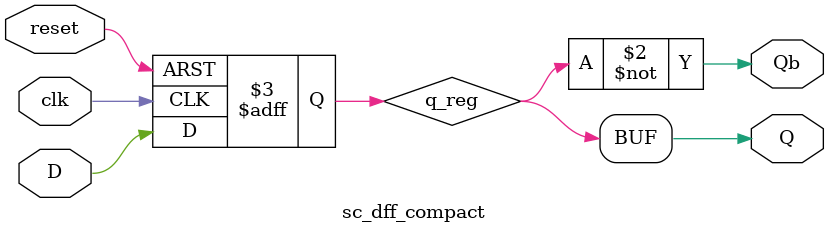
<source format=v>
`include "OPENFPGAPATHKEYWORD/vpr7_x2p/vpr/test_modes_Verilog/SRC/fpga_defines.v"
module static_dff (
/* Global ports go first */
input set,     // set input
input reset, // Reset input 
input clk, // Clock Input
/* Local ports follow */
input D, // Data Input
output Q // Q output 
);
//------------Internal Variables--------
reg q_reg;

//-------------Code Starts Here---------
always @ ( posedge clk or posedge reset or posedge set)
if (reset) begin
  q_reg <= 1'b0;
end else if (set) begin
  q_reg <= 1'b1;
end else begin
  q_reg <= D;
end

// Wire q_reg to Q
assign Q = q_reg; 

endmodule //End Of Module static_dff

//-----------------------------------------------------
// Design Name : scan_chain_dff
// File Name   : ff.v
// Function    : D flip-flop with asyn reset and set
// Coder       : Xifan TANG
//-----------------------------------------------------
module sc_dff (
/* Global ports go first */
input set,     // set input
input reset, // Reset input 
input clk, // Clock Input
/* Local ports follow */
input D, // Data Input
output Q, // Q output 
output Qb // Q output 
);
//------------Internal Variables--------
reg q_reg;

//-------------Code Starts Here---------
always @ ( posedge clk or posedge reset or posedge set)
if (reset) begin
  q_reg <= 1'b0;
end else if (set) begin
  q_reg <= 1'b1;
end else begin
  q_reg <= D;
end

// Wire q_reg to Q
assign Q = q_reg; 
assign Qb = ~Q;

endmodule //End Of Module static_dff

//-----------------------------------------------------
// Design Name : scan_chain_dff compact
// File Name   : ff.v
// Function    : Scan-chain D flip-flop without reset and set	//Modified to fit Edouards architecture
// Coder       : Xifan TANG
//-----------------------------------------------------
module sc_dff_compact (
/* Global ports go first */
input reset, // Reset input 
//input set,     // set input
input clk, // Clock Input
/* Local ports follow */
input D, // Data Input
output Q, // Q output 
output Qb // Q output 
);
//------------Internal Variables--------
reg q_reg;

//-------------Code Starts Here---------
always @ ( posedge clk or posedge reset /*or posedge set*/)
if (reset) begin
  q_reg <= 1'b0;
//end else if (set) begin
//  q_reg <= 1'b1;
end else begin
  q_reg <= D;
end
/*
// Wire q_reg to Q
assign Q = q_reg; 
assign Qb = ~Q;
*/

`ifndef ENABLE_FORMAL_VERIFICATION
// Wire q_reg to Q
assign Q = q_reg; 
assign Qb = ~q_reg;
`else
assign Q = 1'bZ; 
assign Qb = !Q;
`endif

endmodule //End Of Module static_dff

</source>
